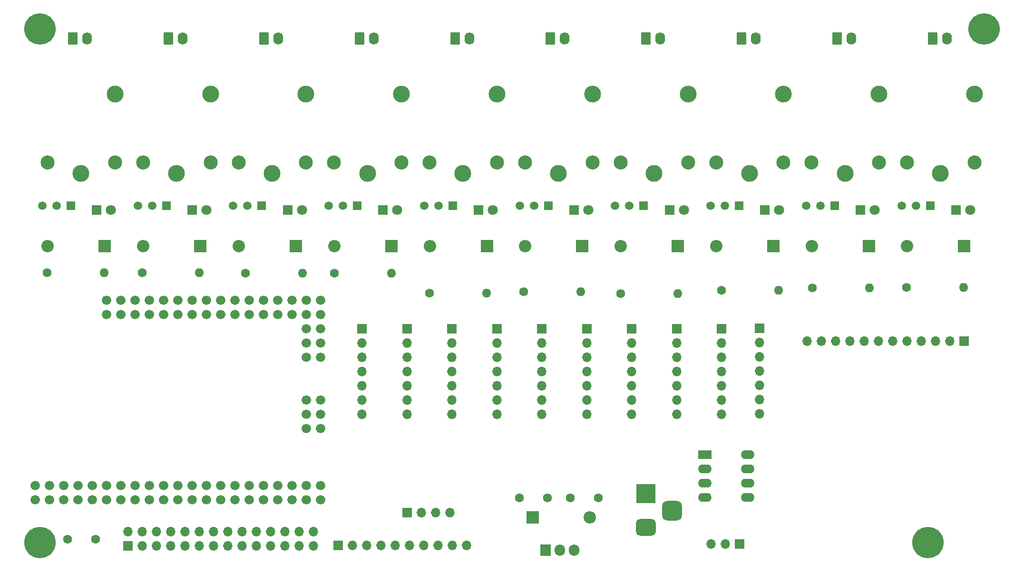
<source format=gbr>
%TF.GenerationSoftware,KiCad,Pcbnew,7.0.2*%
%TF.CreationDate,2023-05-15T21:15:08+01:00*%
%TF.ProjectId,quizbuzzer,7175697a-6275-47a7-9a65-722e6b696361,V0.1.2*%
%TF.SameCoordinates,Original*%
%TF.FileFunction,Soldermask,Top*%
%TF.FilePolarity,Negative*%
%FSLAX46Y46*%
G04 Gerber Fmt 4.6, Leading zero omitted, Abs format (unit mm)*
G04 Created by KiCad (PCBNEW 7.0.2) date 2023-05-15 21:15:08*
%MOMM*%
%LPD*%
G01*
G04 APERTURE LIST*
G04 Aperture macros list*
%AMRoundRect*
0 Rectangle with rounded corners*
0 $1 Rounding radius*
0 $2 $3 $4 $5 $6 $7 $8 $9 X,Y pos of 4 corners*
0 Add a 4 corners polygon primitive as box body*
4,1,4,$2,$3,$4,$5,$6,$7,$8,$9,$2,$3,0*
0 Add four circle primitives for the rounded corners*
1,1,$1+$1,$2,$3*
1,1,$1+$1,$4,$5*
1,1,$1+$1,$6,$7*
1,1,$1+$1,$8,$9*
0 Add four rect primitives between the rounded corners*
20,1,$1+$1,$2,$3,$4,$5,0*
20,1,$1+$1,$4,$5,$6,$7,0*
20,1,$1+$1,$6,$7,$8,$9,0*
20,1,$1+$1,$8,$9,$2,$3,0*%
G04 Aperture macros list end*
%ADD10C,1.600000*%
%ADD11R,2.200000X2.200000*%
%ADD12O,2.200000X2.200000*%
%ADD13R,1.800000X1.800000*%
%ADD14C,1.800000*%
%ADD15R,1.700000X1.700000*%
%ADD16O,1.700000X1.700000*%
%ADD17R,3.500000X3.500000*%
%ADD18RoundRect,0.750000X1.000000X-0.750000X1.000000X0.750000X-1.000000X0.750000X-1.000000X-0.750000X0*%
%ADD19RoundRect,0.875000X0.875000X-0.875000X0.875000X0.875000X-0.875000X0.875000X-0.875000X-0.875000X0*%
%ADD20RoundRect,0.249999X-0.620001X-0.845001X0.620001X-0.845001X0.620001X0.845001X-0.620001X0.845001X0*%
%ADD21O,1.740000X2.190000*%
%ADD22C,3.000000*%
%ADD23C,2.500000*%
%ADD24R,1.500000X1.500000*%
%ADD25C,1.500000*%
%ADD26O,1.600000X1.600000*%
%ADD27R,1.905000X2.000000*%
%ADD28O,1.905000X2.000000*%
%ADD29C,1.676400*%
%ADD30C,5.600000*%
%ADD31R,2.400000X1.600000*%
%ADD32O,2.400000X1.600000*%
G04 APERTURE END LIST*
D10*
%TO.C,C2*%
X121251000Y-99939000D03*
X126251000Y-99939000D03*
%TD*%
%TO.C,C3*%
X135351000Y-99939000D03*
X130351000Y-99939000D03*
%TD*%
D11*
%TO.C,D1*%
X123601000Y-103459000D03*
D12*
X133761000Y-103459000D03*
%TD*%
D11*
%TO.C,D2*%
X47470000Y-55080000D03*
D12*
X37310000Y-55080000D03*
%TD*%
D11*
%TO.C,D4*%
X81470000Y-55080000D03*
D12*
X71310000Y-55080000D03*
%TD*%
D11*
%TO.C,D5*%
X98470000Y-55080000D03*
D12*
X88310000Y-55080000D03*
%TD*%
D13*
%TO.C,D6*%
X45990000Y-48670000D03*
D14*
X48530000Y-48670000D03*
%TD*%
D13*
%TO.C,D7*%
X62990000Y-48670000D03*
D14*
X65530000Y-48670000D03*
%TD*%
D13*
%TO.C,D8*%
X79990000Y-48670000D03*
D14*
X82530000Y-48670000D03*
%TD*%
D13*
%TO.C,D9*%
X96990000Y-48670000D03*
D14*
X99530000Y-48670000D03*
%TD*%
D11*
%TO.C,D10*%
X115470000Y-55080000D03*
D12*
X105310000Y-55080000D03*
%TD*%
D11*
%TO.C,D11*%
X132470000Y-55080000D03*
D12*
X122310000Y-55080000D03*
%TD*%
D11*
%TO.C,D12*%
X149470000Y-55080000D03*
D12*
X139310000Y-55080000D03*
%TD*%
D11*
%TO.C,D13*%
X166470000Y-55080000D03*
D12*
X156310000Y-55080000D03*
%TD*%
D13*
%TO.C,D14*%
X113990000Y-48670000D03*
D14*
X116530000Y-48670000D03*
%TD*%
D13*
%TO.C,D15*%
X130990000Y-48670000D03*
D14*
X133530000Y-48670000D03*
%TD*%
D13*
%TO.C,D16*%
X147990000Y-48670000D03*
D14*
X150530000Y-48670000D03*
%TD*%
D13*
%TO.C,D17*%
X164990000Y-48670000D03*
D14*
X167530000Y-48670000D03*
%TD*%
D11*
%TO.C,D18*%
X183470000Y-55080000D03*
D12*
X173310000Y-55080000D03*
%TD*%
D13*
%TO.C,D19*%
X181990000Y-48670000D03*
D14*
X184530000Y-48670000D03*
%TD*%
D11*
%TO.C,D20*%
X200470000Y-55080000D03*
D12*
X190310000Y-55080000D03*
%TD*%
D13*
%TO.C,D21*%
X198990000Y-48670000D03*
D14*
X201530000Y-48670000D03*
%TD*%
D15*
%TO.C,J1*%
X88981000Y-108429000D03*
D16*
X91521000Y-108429000D03*
X94061000Y-108429000D03*
X96601000Y-108429000D03*
X99141000Y-108429000D03*
X101681000Y-108429000D03*
X104221000Y-108429000D03*
X106761000Y-108429000D03*
X109301000Y-108429000D03*
X111841000Y-108429000D03*
%TD*%
D15*
%TO.C,J3*%
X101321000Y-102549000D03*
D16*
X103861000Y-102549000D03*
X106401000Y-102549000D03*
X108941000Y-102549000D03*
%TD*%
D17*
%TO.C,J4*%
X143781000Y-99219000D03*
D18*
X143781000Y-105219000D03*
D19*
X148481000Y-102219000D03*
%TD*%
D20*
%TO.C,J15*%
X41800000Y-18110000D03*
D21*
X44340000Y-18110000D03*
%TD*%
D20*
%TO.C,J16*%
X58800000Y-18110000D03*
D21*
X61340000Y-18110000D03*
%TD*%
D20*
%TO.C,J18*%
X92800000Y-18110000D03*
D21*
X95340000Y-18110000D03*
%TD*%
D20*
%TO.C,J19*%
X109800000Y-18110000D03*
D21*
X112340000Y-18110000D03*
%TD*%
D20*
%TO.C,J20*%
X126800000Y-18110000D03*
D21*
X129340000Y-18110000D03*
%TD*%
D20*
%TO.C,J21*%
X143800000Y-18110000D03*
D21*
X146340000Y-18110000D03*
%TD*%
D20*
%TO.C,J22*%
X160800000Y-18110000D03*
D21*
X163340000Y-18110000D03*
%TD*%
D20*
%TO.C,J23*%
X177800000Y-18110000D03*
D21*
X180340000Y-18110000D03*
%TD*%
D20*
%TO.C,J24*%
X194800000Y-18110000D03*
D21*
X197340000Y-18110000D03*
%TD*%
D22*
%TO.C,K1*%
X43230000Y-42110000D03*
D23*
X49280000Y-40160000D03*
D22*
X49280000Y-27960000D03*
D23*
X37280000Y-40160000D03*
%TD*%
D22*
%TO.C,K2*%
X60230000Y-42110000D03*
D23*
X66280000Y-40160000D03*
D22*
X66280000Y-27960000D03*
D23*
X54280000Y-40160000D03*
%TD*%
D22*
%TO.C,K3*%
X77230000Y-42110000D03*
D23*
X83280000Y-40160000D03*
D22*
X83280000Y-27960000D03*
D23*
X71280000Y-40160000D03*
%TD*%
D22*
%TO.C,K4*%
X94230000Y-42110000D03*
D23*
X100280000Y-40160000D03*
D22*
X100280000Y-27960000D03*
D23*
X88280000Y-40160000D03*
%TD*%
D22*
%TO.C,K5*%
X111230000Y-42110000D03*
D23*
X117280000Y-40160000D03*
D22*
X117280000Y-27960000D03*
D23*
X105280000Y-40160000D03*
%TD*%
D22*
%TO.C,K6*%
X128230000Y-42110000D03*
D23*
X134280000Y-40160000D03*
D22*
X134280000Y-27960000D03*
D23*
X122280000Y-40160000D03*
%TD*%
D22*
%TO.C,K7*%
X145230000Y-42110000D03*
D23*
X151280000Y-40160000D03*
D22*
X151280000Y-27960000D03*
D23*
X139280000Y-40160000D03*
%TD*%
D22*
%TO.C,K8*%
X162230000Y-42110000D03*
D23*
X168280000Y-40160000D03*
D22*
X168280000Y-27960000D03*
D23*
X156280000Y-40160000D03*
%TD*%
D22*
%TO.C,K9*%
X179230000Y-42110000D03*
D23*
X185280000Y-40160000D03*
D22*
X185280000Y-27960000D03*
D23*
X173280000Y-40160000D03*
%TD*%
D22*
%TO.C,K10*%
X196230000Y-42110000D03*
D23*
X202280000Y-40160000D03*
D22*
X202280000Y-27960000D03*
D23*
X190280000Y-40160000D03*
%TD*%
D24*
%TO.C,Q1*%
X41400000Y-47870000D03*
D25*
X38860000Y-47870000D03*
X36320000Y-47870000D03*
%TD*%
D24*
%TO.C,Q2*%
X58400000Y-47870000D03*
D25*
X55860000Y-47870000D03*
X53320000Y-47870000D03*
%TD*%
D24*
%TO.C,Q3*%
X75400000Y-47870000D03*
D25*
X72860000Y-47870000D03*
X70320000Y-47870000D03*
%TD*%
D24*
%TO.C,Q4*%
X92400000Y-47870000D03*
D25*
X89860000Y-47870000D03*
X87320000Y-47870000D03*
%TD*%
D24*
%TO.C,Q5*%
X109400000Y-47870000D03*
D25*
X106860000Y-47870000D03*
X104320000Y-47870000D03*
%TD*%
D24*
%TO.C,Q6*%
X126400000Y-47870000D03*
D25*
X123860000Y-47870000D03*
X121320000Y-47870000D03*
%TD*%
D24*
%TO.C,Q7*%
X143400000Y-47870000D03*
D25*
X140860000Y-47870000D03*
X138320000Y-47870000D03*
%TD*%
D24*
%TO.C,Q8*%
X160400000Y-47870000D03*
D25*
X157860000Y-47870000D03*
X155320000Y-47870000D03*
%TD*%
D24*
%TO.C,Q9*%
X177400000Y-47870000D03*
D25*
X174860000Y-47870000D03*
X172320000Y-47870000D03*
%TD*%
D24*
%TO.C,Q10*%
X194400000Y-47870000D03*
D25*
X191860000Y-47870000D03*
X189320000Y-47870000D03*
%TD*%
D10*
%TO.C,R9*%
X37170000Y-59790000D03*
D26*
X47330000Y-59790000D03*
%TD*%
D10*
%TO.C,R10*%
X54090000Y-59800000D03*
D26*
X64250000Y-59800000D03*
%TD*%
D10*
%TO.C,R11*%
X72490000Y-59930000D03*
D26*
X82650000Y-59930000D03*
%TD*%
D10*
%TO.C,R12*%
X88360000Y-59930000D03*
D26*
X98520000Y-59930000D03*
%TD*%
D10*
%TO.C,R13*%
X105260000Y-63440000D03*
D26*
X115420000Y-63440000D03*
%TD*%
D10*
%TO.C,R14*%
X122040000Y-63180000D03*
D26*
X132200000Y-63180000D03*
%TD*%
D10*
%TO.C,R15*%
X139340000Y-63570000D03*
D26*
X149500000Y-63570000D03*
%TD*%
D10*
%TO.C,R16*%
X157270000Y-62920000D03*
D26*
X167430000Y-62920000D03*
%TD*%
D10*
%TO.C,R17*%
X173410000Y-62530000D03*
D26*
X183570000Y-62530000D03*
%TD*%
D10*
%TO.C,R18*%
X190220000Y-62490000D03*
D26*
X200380000Y-62490000D03*
%TD*%
D27*
%TO.C,U1*%
X125941000Y-109249000D03*
D28*
X128481000Y-109249000D03*
X131021000Y-109249000D03*
%TD*%
D29*
%TO.C,XA1*%
X42724000Y-97785000D03*
X42724000Y-100325000D03*
X40184000Y-97785000D03*
X40184000Y-100325000D03*
X85904000Y-82545000D03*
X47804000Y-64765000D03*
X47804000Y-67305000D03*
X50344000Y-64765000D03*
X50344000Y-67305000D03*
X52884000Y-64765000D03*
X52884000Y-67305000D03*
X55424000Y-64765000D03*
X55424000Y-67305000D03*
X57964000Y-64765000D03*
X57964000Y-67305000D03*
X60504000Y-64765000D03*
X60504000Y-67305000D03*
X63044000Y-64765000D03*
X63044000Y-67305000D03*
X65584000Y-64765000D03*
X65584000Y-67305000D03*
X45264000Y-97785000D03*
X47804000Y-97785000D03*
X47804000Y-100325000D03*
X50344000Y-97785000D03*
X50344000Y-100325000D03*
X52884000Y-97785000D03*
X52884000Y-100325000D03*
X55424000Y-97785000D03*
X55424000Y-100325000D03*
X57964000Y-97785000D03*
X57964000Y-100325000D03*
X60504000Y-97785000D03*
X60504000Y-100325000D03*
X63044000Y-97785000D03*
X63044000Y-100325000D03*
X65584000Y-97785000D03*
X65584000Y-100325000D03*
X68124000Y-97785000D03*
X68124000Y-100325000D03*
X70664000Y-97785000D03*
X70664000Y-100325000D03*
X73204000Y-97785000D03*
X73204000Y-100325000D03*
X75744000Y-97785000D03*
X75744000Y-100325000D03*
X78284000Y-97785000D03*
X78284000Y-100325000D03*
X80824000Y-97785000D03*
X80824000Y-100325000D03*
X83364000Y-97785000D03*
X83364000Y-100325000D03*
X85904000Y-97785000D03*
X85904000Y-100325000D03*
X68124000Y-64765000D03*
X68124000Y-67305000D03*
X70664000Y-64765000D03*
X70664000Y-67305000D03*
X73204000Y-64765000D03*
X73204000Y-67305000D03*
X75744000Y-64765000D03*
X75744000Y-67305000D03*
X78284000Y-64765000D03*
X78284000Y-67305000D03*
X80824000Y-64765000D03*
X80824000Y-67305000D03*
X83364000Y-64765000D03*
X83364000Y-67305000D03*
X85904000Y-64765000D03*
X85904000Y-67305000D03*
X85904000Y-69845000D03*
X83364000Y-69845000D03*
X85904000Y-72385000D03*
X83364000Y-72385000D03*
X85904000Y-74925000D03*
X83364000Y-74925000D03*
X37644000Y-97785000D03*
X37644000Y-100325000D03*
X85904000Y-87625000D03*
X83364000Y-82545000D03*
X85904000Y-85085000D03*
X45264000Y-100325000D03*
X83364000Y-87625000D03*
X83364000Y-85085000D03*
X35104000Y-97785000D03*
X35104000Y-100325000D03*
%TD*%
D10*
%TO.C,C1*%
X40864000Y-107358000D03*
X45864000Y-107358000D03*
%TD*%
D15*
%TO.C,J2*%
X200449000Y-71991000D03*
D16*
X197909000Y-71991000D03*
X195369000Y-71991000D03*
X192829000Y-71991000D03*
X190289000Y-71991000D03*
X187749000Y-71991000D03*
X185209000Y-71991000D03*
X182669000Y-71991000D03*
X180129000Y-71991000D03*
X177589000Y-71991000D03*
X175049000Y-71991000D03*
X172509000Y-71991000D03*
%TD*%
D30*
%TO.C,H1*%
X35950000Y-107940000D03*
%TD*%
%TO.C,H2*%
X193970000Y-107940000D03*
%TD*%
%TO.C,H3*%
X35950000Y-16410000D03*
%TD*%
%TO.C,H4*%
X203970000Y-16410000D03*
%TD*%
D11*
%TO.C,D3*%
X64470000Y-55080000D03*
D12*
X54310000Y-55080000D03*
%TD*%
D20*
%TO.C,J17*%
X75800000Y-18110000D03*
D21*
X78340000Y-18110000D03*
%TD*%
D15*
%TO.C,J9*%
X157269000Y-69861000D03*
D16*
X157269000Y-72401000D03*
X157269000Y-74941000D03*
X157269000Y-77481000D03*
X157269000Y-80021000D03*
X157269000Y-82561000D03*
X157269000Y-85101000D03*
%TD*%
D15*
%TO.C,J6*%
X101269000Y-69861000D03*
D16*
X101269000Y-72401000D03*
X101269000Y-74941000D03*
X101269000Y-77481000D03*
X101269000Y-80021000D03*
X101269000Y-82561000D03*
X101269000Y-85101000D03*
%TD*%
D15*
%TO.C,J11*%
X133269000Y-69861000D03*
D16*
X133269000Y-72401000D03*
X133269000Y-74941000D03*
X133269000Y-77481000D03*
X133269000Y-80021000D03*
X133269000Y-82561000D03*
X133269000Y-85101000D03*
%TD*%
D15*
%TO.C,J12*%
X141269000Y-69861000D03*
D16*
X141269000Y-72401000D03*
X141269000Y-74941000D03*
X141269000Y-77481000D03*
X141269000Y-80021000D03*
X141269000Y-82561000D03*
X141269000Y-85101000D03*
%TD*%
D15*
%TO.C,J10*%
X125269000Y-69861000D03*
D16*
X125269000Y-72401000D03*
X125269000Y-74941000D03*
X125269000Y-77481000D03*
X125269000Y-80021000D03*
X125269000Y-82561000D03*
X125269000Y-85101000D03*
%TD*%
D15*
%TO.C,J5*%
X93269000Y-69861000D03*
D16*
X93269000Y-72401000D03*
X93269000Y-74941000D03*
X93269000Y-77481000D03*
X93269000Y-80021000D03*
X93269000Y-82561000D03*
X93269000Y-85101000D03*
%TD*%
D15*
%TO.C,J13*%
X149269000Y-69861000D03*
D16*
X149269000Y-72401000D03*
X149269000Y-74941000D03*
X149269000Y-77481000D03*
X149269000Y-80021000D03*
X149269000Y-82561000D03*
X149269000Y-85101000D03*
%TD*%
D15*
%TO.C,J8*%
X117269000Y-69861000D03*
D16*
X117269000Y-72401000D03*
X117269000Y-74941000D03*
X117269000Y-77481000D03*
X117269000Y-80021000D03*
X117269000Y-82561000D03*
X117269000Y-85101000D03*
%TD*%
D15*
%TO.C,J7*%
X109269000Y-69861000D03*
D16*
X109269000Y-72401000D03*
X109269000Y-74941000D03*
X109269000Y-77481000D03*
X109269000Y-80021000D03*
X109269000Y-82561000D03*
X109269000Y-85101000D03*
%TD*%
D15*
%TO.C,J14*%
X164023000Y-69746000D03*
D16*
X164023000Y-72286000D03*
X164023000Y-74826000D03*
X164023000Y-77366000D03*
X164023000Y-79906000D03*
X164023000Y-82446000D03*
X164023000Y-84986000D03*
%TD*%
D15*
%TO.C,J25*%
X51590000Y-108480000D03*
D16*
X51590000Y-105940000D03*
X54130000Y-108480000D03*
X54130000Y-105940000D03*
X56670000Y-108480000D03*
X56670000Y-105940000D03*
X59210000Y-108480000D03*
X59210000Y-105940000D03*
X61750000Y-108480000D03*
X61750000Y-105940000D03*
X64290000Y-108480000D03*
X64290000Y-105940000D03*
X66830000Y-108480000D03*
X66830000Y-105940000D03*
X69370000Y-108480000D03*
X69370000Y-105940000D03*
X71910000Y-108480000D03*
X71910000Y-105940000D03*
X74450000Y-108480000D03*
X74450000Y-105940000D03*
X76990000Y-108480000D03*
X76990000Y-105940000D03*
X79530000Y-108480000D03*
X79530000Y-105940000D03*
X82070000Y-108480000D03*
X82070000Y-105940000D03*
X84610000Y-108480000D03*
X84610000Y-105940000D03*
%TD*%
D15*
%TO.C,J26*%
X160450000Y-108140000D03*
D16*
X157910000Y-108140000D03*
X155370000Y-108140000D03*
%TD*%
D31*
%TO.C,U2*%
X154315000Y-92280000D03*
D32*
X154315000Y-94820000D03*
X154315000Y-97360000D03*
X154315000Y-99900000D03*
X161935000Y-99900000D03*
X161935000Y-97360000D03*
X161935000Y-94820000D03*
X161935000Y-92280000D03*
%TD*%
M02*

</source>
